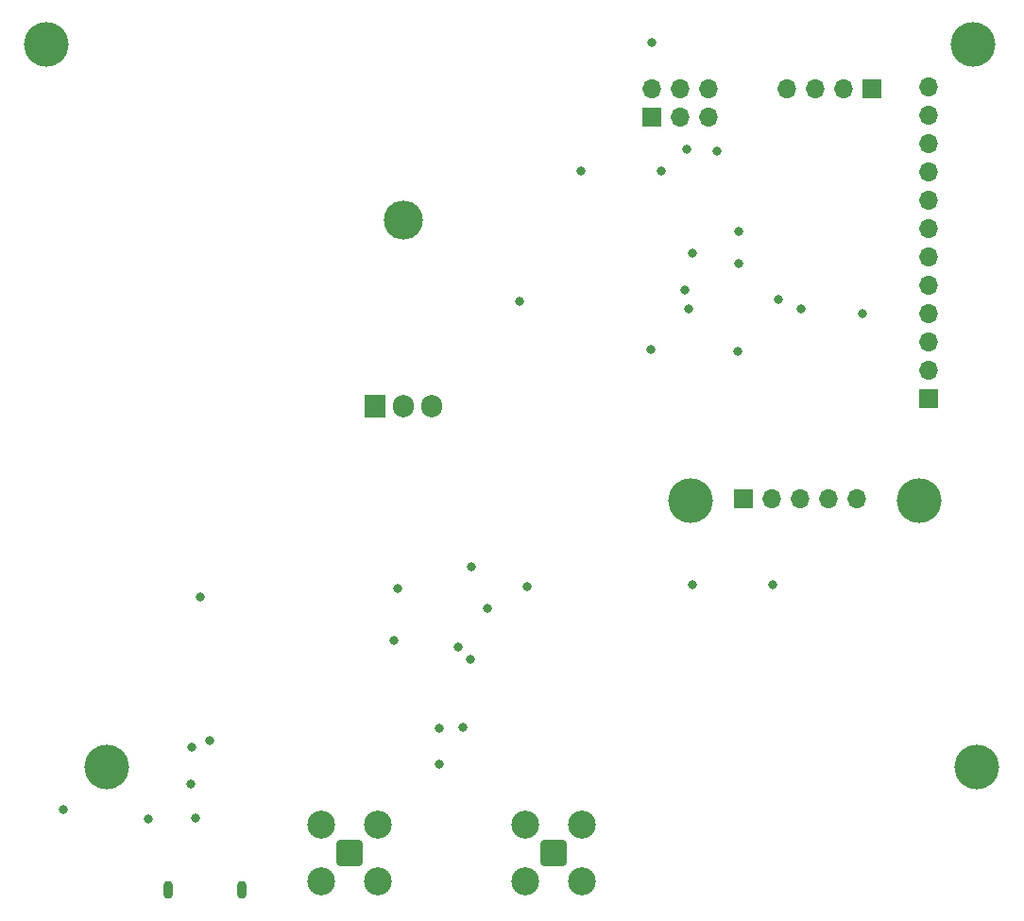
<source format=gbr>
%TF.GenerationSoftware,KiCad,Pcbnew,8.0.3-1.fc40*%
%TF.CreationDate,2024-07-02T21:03:54+02:00*%
%TF.ProjectId,sis5351a GPS controlled time base,73697335-3335-4316-9120-47505320636f,rev?*%
%TF.SameCoordinates,Original*%
%TF.FileFunction,Soldermask,Bot*%
%TF.FilePolarity,Negative*%
%FSLAX46Y46*%
G04 Gerber Fmt 4.6, Leading zero omitted, Abs format (unit mm)*
G04 Created by KiCad (PCBNEW 8.0.3-1.fc40) date 2024-07-02 21:03:54*
%MOMM*%
%LPD*%
G01*
G04 APERTURE LIST*
G04 Aperture macros list*
%AMRoundRect*
0 Rectangle with rounded corners*
0 $1 Rounding radius*
0 $2 $3 $4 $5 $6 $7 $8 $9 X,Y pos of 4 corners*
0 Add a 4 corners polygon primitive as box body*
4,1,4,$2,$3,$4,$5,$6,$7,$8,$9,$2,$3,0*
0 Add four circle primitives for the rounded corners*
1,1,$1+$1,$2,$3*
1,1,$1+$1,$4,$5*
1,1,$1+$1,$6,$7*
1,1,$1+$1,$8,$9*
0 Add four rect primitives between the rounded corners*
20,1,$1+$1,$2,$3,$4,$5,0*
20,1,$1+$1,$4,$5,$6,$7,0*
20,1,$1+$1,$6,$7,$8,$9,0*
20,1,$1+$1,$8,$9,$2,$3,0*%
G04 Aperture macros list end*
%ADD10O,0.900000X1.600000*%
%ADD11C,4.000000*%
%ADD12R,1.700000X1.700000*%
%ADD13O,1.700000X1.700000*%
%ADD14RoundRect,0.200100X0.949900X0.949900X-0.949900X0.949900X-0.949900X-0.949900X0.949900X-0.949900X0*%
%ADD15C,2.500000*%
%ADD16O,3.500000X3.500000*%
%ADD17R,1.905000X2.000000*%
%ADD18O,1.905000X2.000000*%
%ADD19C,0.800000*%
G04 APERTURE END LIST*
D10*
%TO.C,J1*%
X139500000Y-135400000D03*
X146100000Y-135400000D03*
%TD*%
D11*
%TO.C,*%
X211600000Y-59600000D03*
%TD*%
D12*
%TO.C,J2*%
X191030000Y-100300000D03*
D13*
X193570000Y-100300000D03*
X196110000Y-100300000D03*
X198650000Y-100300000D03*
X201190000Y-100300000D03*
%TD*%
D11*
%TO.C,*%
X212000000Y-124400000D03*
%TD*%
%TO.C,*%
X128600000Y-59600000D03*
%TD*%
D14*
%TO.C,J7*%
X155700000Y-132050000D03*
D15*
X158240000Y-134590000D03*
X158240000Y-129510000D03*
X153160000Y-134590000D03*
X153160000Y-129510000D03*
%TD*%
D11*
%TO.C,REF\u002A\u002A*%
X186315000Y-100480000D03*
X206815000Y-100480000D03*
%TD*%
D16*
%TO.C,U4*%
X160600000Y-75370000D03*
D17*
X158060000Y-92030000D03*
D18*
X160600000Y-92030000D03*
X163140000Y-92030000D03*
%TD*%
D14*
%TO.C,J6*%
X174060000Y-132100000D03*
D15*
X176600000Y-134640000D03*
X176600000Y-129560000D03*
X171520000Y-134640000D03*
X171520000Y-129560000D03*
%TD*%
D12*
%TO.C,J4*%
X182860000Y-66140000D03*
D13*
X182860000Y-63600000D03*
X185400000Y-66140000D03*
X185400000Y-63600000D03*
X187940000Y-66140000D03*
X187940000Y-63600000D03*
%TD*%
D12*
%TO.C,J5*%
X207600000Y-91360000D03*
D13*
X207600000Y-88820000D03*
X207600000Y-86280000D03*
X207600000Y-83740000D03*
X207600000Y-81200000D03*
X207600000Y-78660000D03*
X207600000Y-76120000D03*
X207600000Y-73580000D03*
X207600000Y-71040000D03*
X207600000Y-68500000D03*
X207600000Y-65960000D03*
X207600000Y-63420000D03*
%TD*%
D11*
%TO.C,*%
X134000000Y-124400000D03*
%TD*%
D12*
%TO.C,J3*%
X202600000Y-63600000D03*
D13*
X200060000Y-63600000D03*
X197520000Y-63600000D03*
X194980000Y-63600000D03*
%TD*%
D19*
X166698200Y-106416000D03*
X166542300Y-114704700D03*
X183650000Y-70900000D03*
X176450000Y-70950000D03*
X193650000Y-108000000D03*
X186100000Y-83300000D03*
X186450000Y-108000000D03*
X163750000Y-120900000D03*
X182750000Y-86900000D03*
X163750000Y-124100000D03*
X182800000Y-59400000D03*
X170992800Y-82600000D03*
X159717000Y-113000000D03*
X141900000Y-128950000D03*
X141550000Y-125900000D03*
X186000000Y-69000000D03*
X190600000Y-79200000D03*
X190600000Y-76400000D03*
X168100000Y-110150000D03*
X171700000Y-108200000D03*
X201680200Y-83708300D03*
X190573500Y-87118500D03*
X188689100Y-69201600D03*
X194184400Y-82467800D03*
X196251200Y-83267800D03*
X165931400Y-120810300D03*
X165512500Y-113607900D03*
X130096500Y-128165800D03*
X141606800Y-122574700D03*
X143248400Y-121981800D03*
X137688700Y-129010200D03*
X160064100Y-108400000D03*
X185791400Y-81629000D03*
X186515900Y-78324500D03*
X142375700Y-109136300D03*
M02*

</source>
